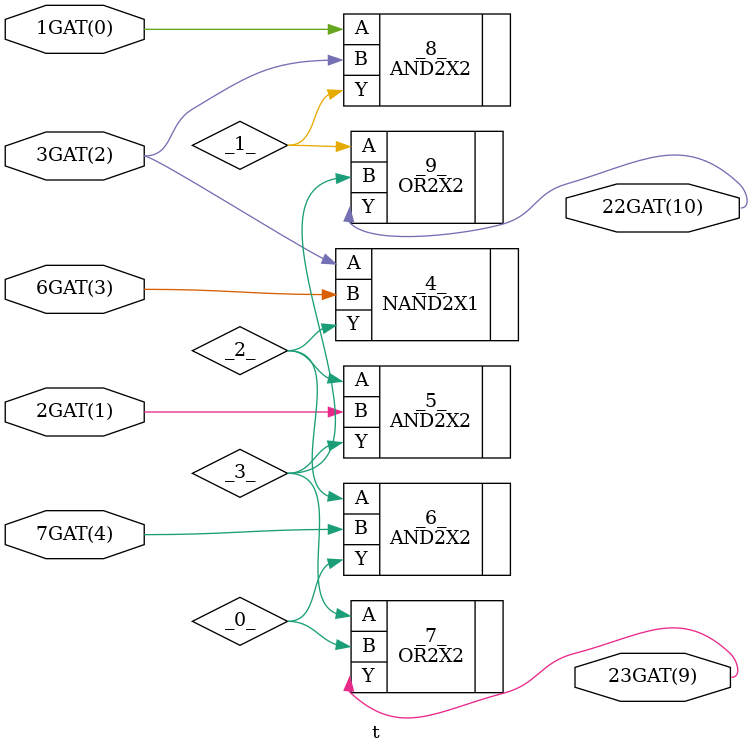
<source format=v>
/* Generated by Yosys 0.11+20 (git sha1 UNKNOWN, gcc 9.4.0-1ubuntu1~20.04.1 -fPIC -Os) */

(* cells_not_processed =  1  *)
module t(\1GAT(0) , \2GAT(1) , \3GAT(2) , \6GAT(3) , \7GAT(4) , \22GAT(10) , \23GAT(9) );
  wire _0_;
  wire _1_;
  wire _2_;
  wire _3_;
  input \1GAT(0) ;
  output \22GAT(10) ;
  output \23GAT(9) ;
  input \2GAT(1) ;
  input \3GAT(2) ;
  input \6GAT(3) ;
  input \7GAT(4) ;
  NAND2X1 _4_ (
    .A(\3GAT(2) ),
    .B(\6GAT(3) ),
    .Y(_2_)
  );
  AND2X2 _5_ (
    .A(_2_),
    .B(\2GAT(1) ),
    .Y(_3_)
  );
  AND2X2 _6_ (
    .A(_2_),
    .B(\7GAT(4) ),
    .Y(_0_)
  );
  OR2X2 _7_ (
    .A(_3_),
    .B(_0_),
    .Y(\23GAT(9) )
  );
  AND2X2 _8_ (
    .A(\1GAT(0) ),
    .B(\3GAT(2) ),
    .Y(_1_)
  );
  OR2X2 _9_ (
    .A(_1_),
    .B(_3_),
    .Y(\22GAT(10) )
  );
endmodule

</source>
